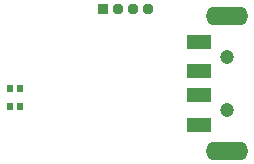
<source format=gbs>
G04 #@! TF.FileFunction,Soldermask,Bot*
%FSLAX46Y46*%
G04 Gerber Fmt 4.6, Leading zero omitted, Abs format (unit mm)*
G04 Created by KiCad (PCBNEW 4.0.7) date 2018. July 04., Wednesday 00:12:24*
%MOMM*%
%LPD*%
G01*
G04 APERTURE LIST*
%ADD10C,0.150000*%
%ADD11C,0.950000*%
%ADD12R,0.950000X0.950000*%
%ADD13O,3.600120X1.601140*%
%ADD14R,2.098980X1.298880*%
%ADD15C,1.199820*%
G04 APERTURE END LIST*
D10*
D11*
X-2235000Y6246500D03*
X-965000Y6246500D03*
D12*
X-3505000Y6246500D03*
D11*
X305000Y6246500D03*
D13*
X6999600Y5683770D03*
X6999600Y-5715750D03*
D14*
X4599020Y-1016750D03*
X4599020Y1000010D03*
X4599020Y-3516110D03*
X4599020Y3484130D03*
D15*
X6999600Y-2266430D03*
X6999600Y2234450D03*
D10*
G36*
X-11641190Y-1695310D02*
X-11091610Y-1695310D01*
X-11091610Y-2295690D01*
X-11641190Y-2295690D01*
X-11641190Y-1695310D01*
X-11641190Y-1695310D01*
G37*
G36*
X-11641190Y-171310D02*
X-11091610Y-171310D01*
X-11091610Y-771690D01*
X-11641190Y-771690D01*
X-11641190Y-171310D01*
X-11641190Y-171310D01*
G37*
G36*
X-10828390Y-1695310D02*
X-10278810Y-1695310D01*
X-10278810Y-2295690D01*
X-10828390Y-2295690D01*
X-10828390Y-1695310D01*
X-10828390Y-1695310D01*
G37*
G36*
X-10828390Y-171310D02*
X-10278810Y-171310D01*
X-10278810Y-771690D01*
X-10828390Y-771690D01*
X-10828390Y-171310D01*
X-10828390Y-171310D01*
G37*
M02*

</source>
